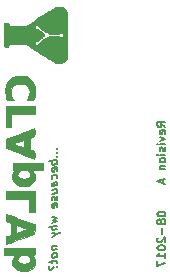
<source format=gbo>
G04 #@! TF.FileFunction,Legend,Bot*
%FSLAX46Y46*%
G04 Gerber Fmt 4.6, Leading zero omitted, Abs format (unit mm)*
G04 Created by KiCad (PCBNEW 4.0.7-e1-6374~58~ubuntu16.04.1) date Tue Aug 22 04:57:06 2017*
%MOMM*%
%LPD*%
G01*
G04 APERTURE LIST*
%ADD10C,0.100000*%
%ADD11C,0.175000*%
%ADD12C,0.010000*%
G04 APERTURE END LIST*
D10*
D11*
X108774667Y-105077334D02*
X108441333Y-104844000D01*
X108774667Y-104677334D02*
X108074667Y-104677334D01*
X108074667Y-104944000D01*
X108108000Y-105010667D01*
X108141333Y-105044000D01*
X108208000Y-105077334D01*
X108308000Y-105077334D01*
X108374667Y-105044000D01*
X108408000Y-105010667D01*
X108441333Y-104944000D01*
X108441333Y-104677334D01*
X108741333Y-105644000D02*
X108774667Y-105577334D01*
X108774667Y-105444000D01*
X108741333Y-105377334D01*
X108674667Y-105344000D01*
X108408000Y-105344000D01*
X108341333Y-105377334D01*
X108308000Y-105444000D01*
X108308000Y-105577334D01*
X108341333Y-105644000D01*
X108408000Y-105677334D01*
X108474667Y-105677334D01*
X108541333Y-105344000D01*
X108308000Y-105910667D02*
X108774667Y-106077334D01*
X108308000Y-106244000D01*
X108774667Y-106510667D02*
X108308000Y-106510667D01*
X108074667Y-106510667D02*
X108108000Y-106477333D01*
X108141333Y-106510667D01*
X108108000Y-106544000D01*
X108074667Y-106510667D01*
X108141333Y-106510667D01*
X108741333Y-106810666D02*
X108774667Y-106877333D01*
X108774667Y-107010666D01*
X108741333Y-107077333D01*
X108674667Y-107110666D01*
X108641333Y-107110666D01*
X108574667Y-107077333D01*
X108541333Y-107010666D01*
X108541333Y-106910666D01*
X108508000Y-106844000D01*
X108441333Y-106810666D01*
X108408000Y-106810666D01*
X108341333Y-106844000D01*
X108308000Y-106910666D01*
X108308000Y-107010666D01*
X108341333Y-107077333D01*
X108774667Y-107410667D02*
X108308000Y-107410667D01*
X108074667Y-107410667D02*
X108108000Y-107377333D01*
X108141333Y-107410667D01*
X108108000Y-107444000D01*
X108074667Y-107410667D01*
X108141333Y-107410667D01*
X108774667Y-107844000D02*
X108741333Y-107777333D01*
X108708000Y-107744000D01*
X108641333Y-107710666D01*
X108441333Y-107710666D01*
X108374667Y-107744000D01*
X108341333Y-107777333D01*
X108308000Y-107844000D01*
X108308000Y-107944000D01*
X108341333Y-108010666D01*
X108374667Y-108044000D01*
X108441333Y-108077333D01*
X108641333Y-108077333D01*
X108708000Y-108044000D01*
X108741333Y-108010666D01*
X108774667Y-107944000D01*
X108774667Y-107844000D01*
X108308000Y-108377333D02*
X108774667Y-108377333D01*
X108374667Y-108377333D02*
X108341333Y-108410666D01*
X108308000Y-108477333D01*
X108308000Y-108577333D01*
X108341333Y-108643999D01*
X108408000Y-108677333D01*
X108774667Y-108677333D01*
X108574667Y-109510665D02*
X108574667Y-109843999D01*
X108774667Y-109443999D02*
X108074667Y-109677332D01*
X108774667Y-109910665D01*
X108074667Y-112410664D02*
X108074667Y-112477331D01*
X108108000Y-112543997D01*
X108141333Y-112577331D01*
X108208000Y-112610664D01*
X108341333Y-112643997D01*
X108508000Y-112643997D01*
X108641333Y-112610664D01*
X108708000Y-112577331D01*
X108741333Y-112543997D01*
X108774667Y-112477331D01*
X108774667Y-112410664D01*
X108741333Y-112343997D01*
X108708000Y-112310664D01*
X108641333Y-112277331D01*
X108508000Y-112243997D01*
X108341333Y-112243997D01*
X108208000Y-112277331D01*
X108141333Y-112310664D01*
X108108000Y-112343997D01*
X108074667Y-112410664D01*
X108374667Y-113043998D02*
X108341333Y-112977331D01*
X108308000Y-112943998D01*
X108241333Y-112910664D01*
X108208000Y-112910664D01*
X108141333Y-112943998D01*
X108108000Y-112977331D01*
X108074667Y-113043998D01*
X108074667Y-113177331D01*
X108108000Y-113243998D01*
X108141333Y-113277331D01*
X108208000Y-113310664D01*
X108241333Y-113310664D01*
X108308000Y-113277331D01*
X108341333Y-113243998D01*
X108374667Y-113177331D01*
X108374667Y-113043998D01*
X108408000Y-112977331D01*
X108441333Y-112943998D01*
X108508000Y-112910664D01*
X108641333Y-112910664D01*
X108708000Y-112943998D01*
X108741333Y-112977331D01*
X108774667Y-113043998D01*
X108774667Y-113177331D01*
X108741333Y-113243998D01*
X108708000Y-113277331D01*
X108641333Y-113310664D01*
X108508000Y-113310664D01*
X108441333Y-113277331D01*
X108408000Y-113243998D01*
X108374667Y-113177331D01*
X108508000Y-113610665D02*
X108508000Y-114143998D01*
X108141333Y-114443998D02*
X108108000Y-114477332D01*
X108074667Y-114543998D01*
X108074667Y-114710665D01*
X108108000Y-114777332D01*
X108141333Y-114810665D01*
X108208000Y-114843998D01*
X108274667Y-114843998D01*
X108374667Y-114810665D01*
X108774667Y-114410665D01*
X108774667Y-114843998D01*
X108074667Y-115277332D02*
X108074667Y-115343999D01*
X108108000Y-115410665D01*
X108141333Y-115443999D01*
X108208000Y-115477332D01*
X108341333Y-115510665D01*
X108508000Y-115510665D01*
X108641333Y-115477332D01*
X108708000Y-115443999D01*
X108741333Y-115410665D01*
X108774667Y-115343999D01*
X108774667Y-115277332D01*
X108741333Y-115210665D01*
X108708000Y-115177332D01*
X108641333Y-115143999D01*
X108508000Y-115110665D01*
X108341333Y-115110665D01*
X108208000Y-115143999D01*
X108141333Y-115177332D01*
X108108000Y-115210665D01*
X108074667Y-115277332D01*
X108774667Y-116177332D02*
X108774667Y-115777332D01*
X108774667Y-115977332D02*
X108074667Y-115977332D01*
X108174667Y-115910666D01*
X108241333Y-115843999D01*
X108274667Y-115777332D01*
X108074667Y-116410666D02*
X108074667Y-116877333D01*
X108774667Y-116577333D01*
X99564000Y-106899419D02*
X99597333Y-106928585D01*
X99630667Y-106891086D01*
X99597333Y-106861918D01*
X99564000Y-106899419D01*
X99630667Y-106891086D01*
X99564000Y-107232752D02*
X99597333Y-107261918D01*
X99630667Y-107224419D01*
X99597333Y-107195251D01*
X99564000Y-107232752D01*
X99630667Y-107224419D01*
X99564000Y-107566085D02*
X99597333Y-107595251D01*
X99630667Y-107557752D01*
X99597333Y-107528584D01*
X99564000Y-107566085D01*
X99630667Y-107557752D01*
X99630667Y-107891085D02*
X98930667Y-107978585D01*
X99197333Y-107945251D02*
X99164000Y-108016084D01*
X99164000Y-108149418D01*
X99197333Y-108211917D01*
X99230667Y-108241085D01*
X99297333Y-108266084D01*
X99497333Y-108241084D01*
X99564000Y-108199418D01*
X99597333Y-108161917D01*
X99630667Y-108091085D01*
X99630667Y-107957751D01*
X99597333Y-107895251D01*
X99597333Y-108795250D02*
X99630667Y-108724418D01*
X99630667Y-108591084D01*
X99597333Y-108528584D01*
X99530667Y-108503584D01*
X99264000Y-108536917D01*
X99197333Y-108578584D01*
X99164000Y-108649417D01*
X99164000Y-108782751D01*
X99197333Y-108845250D01*
X99264000Y-108870251D01*
X99330667Y-108861918D01*
X99397333Y-108520250D01*
X99597333Y-109428584D02*
X99630667Y-109357751D01*
X99630667Y-109224418D01*
X99597333Y-109161917D01*
X99564000Y-109132751D01*
X99497333Y-109107750D01*
X99297333Y-109132750D01*
X99230667Y-109174418D01*
X99197333Y-109211917D01*
X99164000Y-109282751D01*
X99164000Y-109416084D01*
X99197333Y-109478584D01*
X99630667Y-110024418D02*
X99264000Y-110070251D01*
X99197333Y-110045250D01*
X99164000Y-109982751D01*
X99164000Y-109849417D01*
X99197333Y-109778584D01*
X99597333Y-110028584D02*
X99630667Y-109957751D01*
X99630667Y-109791084D01*
X99597333Y-109728584D01*
X99530667Y-109703584D01*
X99464000Y-109711917D01*
X99397333Y-109753584D01*
X99364000Y-109824417D01*
X99364000Y-109991084D01*
X99330667Y-110061918D01*
X99164000Y-110716084D02*
X99630667Y-110657751D01*
X99164000Y-110416084D02*
X99530667Y-110370251D01*
X99597333Y-110395250D01*
X99630667Y-110457751D01*
X99630667Y-110557751D01*
X99597333Y-110628583D01*
X99564000Y-110666084D01*
X99597333Y-110961916D02*
X99630667Y-111024417D01*
X99630667Y-111157750D01*
X99597333Y-111228583D01*
X99530667Y-111270250D01*
X99497333Y-111274416D01*
X99430667Y-111249417D01*
X99397333Y-111186916D01*
X99397333Y-111086916D01*
X99364000Y-111024417D01*
X99297333Y-110999416D01*
X99264000Y-111003583D01*
X99197333Y-111045250D01*
X99164000Y-111116083D01*
X99164000Y-111216083D01*
X99197333Y-111278583D01*
X99597333Y-111828583D02*
X99630667Y-111757751D01*
X99630667Y-111624417D01*
X99597333Y-111561917D01*
X99530667Y-111536917D01*
X99264000Y-111570250D01*
X99197333Y-111611917D01*
X99164000Y-111682750D01*
X99164000Y-111816084D01*
X99197333Y-111878583D01*
X99264000Y-111903584D01*
X99330667Y-111895251D01*
X99397333Y-111553583D01*
X99164000Y-112682750D02*
X99630667Y-112757750D01*
X99297333Y-112932750D01*
X99630667Y-113024417D01*
X99164000Y-113216083D01*
X99630667Y-113424417D02*
X98930667Y-113511917D01*
X99630667Y-113724417D02*
X99264000Y-113770250D01*
X99197333Y-113745249D01*
X99164000Y-113682750D01*
X99164000Y-113582750D01*
X99197333Y-113511916D01*
X99230667Y-113474417D01*
X99164000Y-114049416D02*
X99630667Y-114157750D01*
X99164000Y-114382749D02*
X99630667Y-114157750D01*
X99797333Y-114070249D01*
X99830667Y-114032750D01*
X99864000Y-113961916D01*
X99164000Y-115182749D02*
X99630667Y-115124416D01*
X99230667Y-115174416D02*
X99197333Y-115211915D01*
X99164000Y-115282749D01*
X99164000Y-115382749D01*
X99197333Y-115445248D01*
X99264000Y-115470249D01*
X99630667Y-115424416D01*
X99630667Y-115857749D02*
X99597333Y-115795248D01*
X99564000Y-115766082D01*
X99497333Y-115741081D01*
X99297333Y-115766081D01*
X99230667Y-115807749D01*
X99197333Y-115845248D01*
X99164000Y-115916082D01*
X99164000Y-116016082D01*
X99197333Y-116078581D01*
X99230667Y-116107749D01*
X99297333Y-116132748D01*
X99497333Y-116107748D01*
X99564000Y-116066082D01*
X99597333Y-116028581D01*
X99630667Y-115957749D01*
X99630667Y-115857749D01*
X99164000Y-116349415D02*
X99164000Y-116616081D01*
X98930667Y-116478582D02*
X99530667Y-116403582D01*
X99597333Y-116428581D01*
X99630667Y-116491082D01*
X99630667Y-116557748D01*
X99564000Y-116899415D02*
X99597333Y-116928581D01*
X99630667Y-116891082D01*
X99597333Y-116861914D01*
X99564000Y-116899415D01*
X99630667Y-116891082D01*
X98964000Y-116841081D02*
X98930667Y-116911915D01*
X98930667Y-117078582D01*
X98964000Y-117141081D01*
X99030667Y-117166082D01*
X99097333Y-117157748D01*
X99164000Y-117116081D01*
X99197333Y-117078581D01*
X99230667Y-117007748D01*
X99264000Y-116970248D01*
X99330667Y-116928582D01*
X99364000Y-116924415D01*
D12*
G36*
X95845486Y-109587661D02*
X95959546Y-109776025D01*
X96134335Y-109925404D01*
X96353700Y-110032270D01*
X96601486Y-110093095D01*
X96861539Y-110104351D01*
X97117704Y-110062510D01*
X97353828Y-109964044D01*
X97409297Y-109929173D01*
X97596376Y-109756418D01*
X97710297Y-109549869D01*
X97748837Y-109321952D01*
X97709775Y-109085093D01*
X97599656Y-108864424D01*
X97496218Y-108712000D01*
X98425000Y-108712000D01*
X98425000Y-108119333D01*
X96828159Y-108119333D01*
X96828159Y-108720542D01*
X97026054Y-108756174D01*
X97181592Y-108833383D01*
X97284806Y-108944347D01*
X97325729Y-109081241D01*
X97294395Y-109236240D01*
X97278592Y-109268700D01*
X97209391Y-109342590D01*
X97101642Y-109408757D01*
X97089452Y-109414084D01*
X96905191Y-109462323D01*
X96707724Y-109467859D01*
X96520437Y-109434837D01*
X96366717Y-109367404D01*
X96269949Y-109269705D01*
X96269407Y-109268700D01*
X96224641Y-109109589D01*
X96255895Y-108961633D01*
X96354569Y-108838821D01*
X96512064Y-108755145D01*
X96597874Y-108734314D01*
X96828159Y-108720542D01*
X96828159Y-108119333D01*
X95842667Y-108119333D01*
X95842667Y-108415667D01*
X95844048Y-108570423D01*
X95852865Y-108658985D01*
X95876121Y-108699823D01*
X95920823Y-108711406D01*
X95955061Y-108712000D01*
X96031701Y-108717111D01*
X96034655Y-108744935D01*
X95999009Y-108787632D01*
X95882869Y-108971809D01*
X95817385Y-109194799D01*
X95808730Y-109424424D01*
X95845486Y-109587661D01*
X95845486Y-109587661D01*
G37*
X95845486Y-109587661D02*
X95959546Y-109776025D01*
X96134335Y-109925404D01*
X96353700Y-110032270D01*
X96601486Y-110093095D01*
X96861539Y-110104351D01*
X97117704Y-110062510D01*
X97353828Y-109964044D01*
X97409297Y-109929173D01*
X97596376Y-109756418D01*
X97710297Y-109549869D01*
X97748837Y-109321952D01*
X97709775Y-109085093D01*
X97599656Y-108864424D01*
X97496218Y-108712000D01*
X98425000Y-108712000D01*
X98425000Y-108119333D01*
X96828159Y-108119333D01*
X96828159Y-108720542D01*
X97026054Y-108756174D01*
X97181592Y-108833383D01*
X97284806Y-108944347D01*
X97325729Y-109081241D01*
X97294395Y-109236240D01*
X97278592Y-109268700D01*
X97209391Y-109342590D01*
X97101642Y-109408757D01*
X97089452Y-109414084D01*
X96905191Y-109462323D01*
X96707724Y-109467859D01*
X96520437Y-109434837D01*
X96366717Y-109367404D01*
X96269949Y-109269705D01*
X96269407Y-109268700D01*
X96224641Y-109109589D01*
X96255895Y-108961633D01*
X96354569Y-108838821D01*
X96512064Y-108755145D01*
X96597874Y-108734314D01*
X96828159Y-108720542D01*
X96828159Y-108119333D01*
X95842667Y-108119333D01*
X95842667Y-108415667D01*
X95844048Y-108570423D01*
X95852865Y-108658985D01*
X95876121Y-108699823D01*
X95920823Y-108711406D01*
X95955061Y-108712000D01*
X96031701Y-108717111D01*
X96034655Y-108744935D01*
X95999009Y-108787632D01*
X95882869Y-108971809D01*
X95817385Y-109194799D01*
X95808730Y-109424424D01*
X95845486Y-109587661D01*
G36*
X95217911Y-102146736D02*
X95238336Y-102333493D01*
X95272306Y-102513751D01*
X95312209Y-102647750D01*
X95386193Y-102827667D01*
X95921373Y-102827667D01*
X95816962Y-102640855D01*
X95714871Y-102391370D01*
X95680211Y-102141504D01*
X95710776Y-101906238D01*
X95804358Y-101700554D01*
X95958752Y-101539431D01*
X95981537Y-101523620D01*
X96084959Y-101462939D01*
X96185547Y-101428303D01*
X96313342Y-101412802D01*
X96477667Y-101409500D01*
X96656026Y-101413635D01*
X96779971Y-101430646D01*
X96879542Y-101467444D01*
X96973796Y-101523620D01*
X97135425Y-101678310D01*
X97236510Y-101879383D01*
X97274846Y-102111855D01*
X97248225Y-102360747D01*
X97154440Y-102611078D01*
X97138371Y-102640855D01*
X97033960Y-102827667D01*
X97569140Y-102827667D01*
X97643673Y-102647750D01*
X97701781Y-102440345D01*
X97732391Y-102186146D01*
X97734720Y-101918701D01*
X97707983Y-101671558D01*
X97669936Y-101524010D01*
X97530165Y-101239220D01*
X97331886Y-101013135D01*
X97109346Y-100859167D01*
X96992350Y-100798584D01*
X96890494Y-100761004D01*
X96776918Y-100741024D01*
X96624764Y-100733245D01*
X96477667Y-100732167D01*
X96281327Y-100734563D01*
X96142620Y-100745360D01*
X96034564Y-100769966D01*
X95930177Y-100813790D01*
X95844172Y-100859167D01*
X95588758Y-101044562D01*
X95397961Y-101283089D01*
X95273513Y-101571189D01*
X95217144Y-101905303D01*
X95217911Y-102146736D01*
X95217911Y-102146736D01*
G37*
X95217911Y-102146736D02*
X95238336Y-102333493D01*
X95272306Y-102513751D01*
X95312209Y-102647750D01*
X95386193Y-102827667D01*
X95921373Y-102827667D01*
X95816962Y-102640855D01*
X95714871Y-102391370D01*
X95680211Y-102141504D01*
X95710776Y-101906238D01*
X95804358Y-101700554D01*
X95958752Y-101539431D01*
X95981537Y-101523620D01*
X96084959Y-101462939D01*
X96185547Y-101428303D01*
X96313342Y-101412802D01*
X96477667Y-101409500D01*
X96656026Y-101413635D01*
X96779971Y-101430646D01*
X96879542Y-101467444D01*
X96973796Y-101523620D01*
X97135425Y-101678310D01*
X97236510Y-101879383D01*
X97274846Y-102111855D01*
X97248225Y-102360747D01*
X97154440Y-102611078D01*
X97138371Y-102640855D01*
X97033960Y-102827667D01*
X97569140Y-102827667D01*
X97643673Y-102647750D01*
X97701781Y-102440345D01*
X97732391Y-102186146D01*
X97734720Y-101918701D01*
X97707983Y-101671558D01*
X97669936Y-101524010D01*
X97530165Y-101239220D01*
X97331886Y-101013135D01*
X97109346Y-100859167D01*
X96992350Y-100798584D01*
X96890494Y-100761004D01*
X96776918Y-100741024D01*
X96624764Y-100733245D01*
X96477667Y-100732167D01*
X96281327Y-100734563D01*
X96142620Y-100745360D01*
X96034564Y-100769966D01*
X95930177Y-100813790D01*
X95844172Y-100859167D01*
X95588758Y-101044562D01*
X95397961Y-101283089D01*
X95273513Y-101571189D01*
X95217144Y-101905303D01*
X95217911Y-102146736D01*
G36*
X96051782Y-115908667D02*
X95948344Y-116061091D01*
X95833370Y-116292015D01*
X95796271Y-116518761D01*
X95830379Y-116732513D01*
X95929029Y-116924453D01*
X96085554Y-117085764D01*
X96293289Y-117207630D01*
X96545568Y-117281232D01*
X96835725Y-117297754D01*
X96881078Y-117294846D01*
X97164236Y-117240537D01*
X97399165Y-117132016D01*
X97579294Y-116978226D01*
X97698054Y-116788112D01*
X97748877Y-116570617D01*
X97725192Y-116334686D01*
X97680633Y-116206259D01*
X97619172Y-116086430D01*
X97554490Y-115990629D01*
X97548729Y-115984009D01*
X97507097Y-115929543D01*
X97531529Y-115910673D01*
X97592939Y-115908667D01*
X97651636Y-115905023D01*
X97685226Y-115881778D01*
X97700715Y-115820462D01*
X97705108Y-115702604D01*
X97705333Y-115612333D01*
X97705333Y-115316000D01*
X96828159Y-115316000D01*
X96828159Y-115917209D01*
X97026054Y-115952840D01*
X97181592Y-116030050D01*
X97284806Y-116141014D01*
X97325729Y-116277907D01*
X97294395Y-116432906D01*
X97278592Y-116465367D01*
X97209391Y-116539256D01*
X97101642Y-116605424D01*
X97089452Y-116610750D01*
X96905191Y-116658990D01*
X96707724Y-116664526D01*
X96520437Y-116631504D01*
X96366717Y-116564070D01*
X96269949Y-116466371D01*
X96269407Y-116465367D01*
X96224641Y-116306256D01*
X96255895Y-116158300D01*
X96354569Y-116035488D01*
X96512064Y-115951811D01*
X96597874Y-115930981D01*
X96828159Y-115917209D01*
X96828159Y-115316000D01*
X95123000Y-115316000D01*
X95123000Y-115908667D01*
X96051782Y-115908667D01*
X96051782Y-115908667D01*
G37*
X96051782Y-115908667D02*
X95948344Y-116061091D01*
X95833370Y-116292015D01*
X95796271Y-116518761D01*
X95830379Y-116732513D01*
X95929029Y-116924453D01*
X96085554Y-117085764D01*
X96293289Y-117207630D01*
X96545568Y-117281232D01*
X96835725Y-117297754D01*
X96881078Y-117294846D01*
X97164236Y-117240537D01*
X97399165Y-117132016D01*
X97579294Y-116978226D01*
X97698054Y-116788112D01*
X97748877Y-116570617D01*
X97725192Y-116334686D01*
X97680633Y-116206259D01*
X97619172Y-116086430D01*
X97554490Y-115990629D01*
X97548729Y-115984009D01*
X97507097Y-115929543D01*
X97531529Y-115910673D01*
X97592939Y-115908667D01*
X97651636Y-115905023D01*
X97685226Y-115881778D01*
X97700715Y-115820462D01*
X97705108Y-115702604D01*
X97705333Y-115612333D01*
X97705333Y-115316000D01*
X96828159Y-115316000D01*
X96828159Y-115917209D01*
X97026054Y-115952840D01*
X97181592Y-116030050D01*
X97284806Y-116141014D01*
X97325729Y-116277907D01*
X97294395Y-116432906D01*
X97278592Y-116465367D01*
X97209391Y-116539256D01*
X97101642Y-116605424D01*
X97089452Y-116610750D01*
X96905191Y-116658990D01*
X96707724Y-116664526D01*
X96520437Y-116631504D01*
X96366717Y-116564070D01*
X96269949Y-116466371D01*
X96269407Y-116465367D01*
X96224641Y-116306256D01*
X96255895Y-116158300D01*
X96354569Y-116035488D01*
X96512064Y-115951811D01*
X96597874Y-115930981D01*
X96828159Y-115917209D01*
X96828159Y-115316000D01*
X95123000Y-115316000D01*
X95123000Y-115908667D01*
X96051782Y-115908667D01*
G36*
X95715667Y-105071333D02*
X95715667Y-103970667D01*
X97705333Y-103970667D01*
X97705333Y-103335667D01*
X95250000Y-103335667D01*
X95250000Y-105071333D01*
X95715667Y-105071333D01*
X95715667Y-105071333D01*
G37*
X95715667Y-105071333D02*
X95715667Y-103970667D01*
X97705333Y-103970667D01*
X97705333Y-103335667D01*
X95250000Y-103335667D01*
X95250000Y-105071333D01*
X95715667Y-105071333D01*
G36*
X96440937Y-107316536D02*
X96741483Y-107428335D01*
X97016736Y-107530749D01*
X97256578Y-107620010D01*
X97450887Y-107692352D01*
X97589545Y-107744008D01*
X97662432Y-107771211D01*
X97670459Y-107774229D01*
X97687606Y-107742716D01*
X97697175Y-107644168D01*
X97697706Y-107495998D01*
X97696605Y-107462085D01*
X97684167Y-107135210D01*
X97493667Y-107060864D01*
X97303167Y-106986517D01*
X97303167Y-105992482D01*
X97493667Y-105918136D01*
X97684167Y-105843789D01*
X97696605Y-105516915D01*
X97698048Y-105360941D01*
X97690163Y-105251121D01*
X97674409Y-105204867D01*
X97670459Y-105204770D01*
X97622429Y-105222730D01*
X97505162Y-105266433D01*
X97328776Y-105332113D01*
X97103393Y-105416003D01*
X96839131Y-105514336D01*
X96794486Y-105530944D01*
X96794486Y-106172000D01*
X96804930Y-106210880D01*
X96812655Y-106313725D01*
X96816238Y-106459843D01*
X96816333Y-106489500D01*
X96813526Y-106641273D01*
X96806100Y-106753542D01*
X96795550Y-106805616D01*
X96793408Y-106807000D01*
X96745202Y-106793868D01*
X96638348Y-106759171D01*
X96493030Y-106709961D01*
X96329431Y-106653288D01*
X96167735Y-106596202D01*
X96028127Y-106545754D01*
X95930789Y-106508996D01*
X95896111Y-106493556D01*
X95928247Y-106476362D01*
X96021467Y-106438909D01*
X96156647Y-106388044D01*
X96314659Y-106330610D01*
X96476378Y-106273455D01*
X96622679Y-106223424D01*
X96734435Y-106187363D01*
X96792520Y-106172117D01*
X96794486Y-106172000D01*
X96794486Y-105530944D01*
X96546109Y-105623344D01*
X96440937Y-105662464D01*
X95250000Y-106105428D01*
X95250000Y-106873571D01*
X96440937Y-107316536D01*
X96440937Y-107316536D01*
G37*
X96440937Y-107316536D02*
X96741483Y-107428335D01*
X97016736Y-107530749D01*
X97256578Y-107620010D01*
X97450887Y-107692352D01*
X97589545Y-107744008D01*
X97662432Y-107771211D01*
X97670459Y-107774229D01*
X97687606Y-107742716D01*
X97697175Y-107644168D01*
X97697706Y-107495998D01*
X97696605Y-107462085D01*
X97684167Y-107135210D01*
X97493667Y-107060864D01*
X97303167Y-106986517D01*
X97303167Y-105992482D01*
X97493667Y-105918136D01*
X97684167Y-105843789D01*
X97696605Y-105516915D01*
X97698048Y-105360941D01*
X97690163Y-105251121D01*
X97674409Y-105204867D01*
X97670459Y-105204770D01*
X97622429Y-105222730D01*
X97505162Y-105266433D01*
X97328776Y-105332113D01*
X97103393Y-105416003D01*
X96839131Y-105514336D01*
X96794486Y-105530944D01*
X96794486Y-106172000D01*
X96804930Y-106210880D01*
X96812655Y-106313725D01*
X96816238Y-106459843D01*
X96816333Y-106489500D01*
X96813526Y-106641273D01*
X96806100Y-106753542D01*
X96795550Y-106805616D01*
X96793408Y-106807000D01*
X96745202Y-106793868D01*
X96638348Y-106759171D01*
X96493030Y-106709961D01*
X96329431Y-106653288D01*
X96167735Y-106596202D01*
X96028127Y-106545754D01*
X95930789Y-106508996D01*
X95896111Y-106493556D01*
X95928247Y-106476362D01*
X96021467Y-106438909D01*
X96156647Y-106388044D01*
X96314659Y-106330610D01*
X96476378Y-106273455D01*
X96622679Y-106223424D01*
X96734435Y-106187363D01*
X96792520Y-106172117D01*
X96794486Y-106172000D01*
X96794486Y-105530944D01*
X96546109Y-105623344D01*
X96440937Y-105662464D01*
X95250000Y-106105428D01*
X95250000Y-106873571D01*
X96440937Y-107316536D01*
G36*
X97239667Y-111167333D02*
X97239667Y-112268000D01*
X97705333Y-112268000D01*
X97705333Y-110532333D01*
X95250000Y-110532333D01*
X95250000Y-111167333D01*
X97239667Y-111167333D01*
X97239667Y-111167333D01*
G37*
X97239667Y-111167333D02*
X97239667Y-112268000D01*
X97705333Y-112268000D01*
X97705333Y-110532333D01*
X95250000Y-110532333D01*
X95250000Y-111167333D01*
X97239667Y-111167333D01*
G36*
X95461667Y-113135833D02*
X95673333Y-113206138D01*
X95673333Y-114208529D01*
X95461666Y-114278833D01*
X95250000Y-114349138D01*
X95250000Y-114663235D01*
X95253927Y-114814039D01*
X95264306Y-114925178D01*
X95279036Y-114975882D01*
X95281750Y-114976999D01*
X95328013Y-114962734D01*
X95443547Y-114922537D01*
X95618287Y-114860042D01*
X95842166Y-114778884D01*
X96105121Y-114682699D01*
X96397084Y-114575122D01*
X96498833Y-114537463D01*
X97684167Y-114098261D01*
X97696344Y-113711856D01*
X97708522Y-113325450D01*
X97590511Y-113280409D01*
X97404870Y-113210176D01*
X97179270Y-113125804D01*
X96925443Y-113031582D01*
X96655119Y-112931797D01*
X96380031Y-112830739D01*
X96139000Y-112742601D01*
X96139000Y-113376131D01*
X96604667Y-113529974D01*
X96787666Y-113592335D01*
X96936852Y-113646796D01*
X97036334Y-113687304D01*
X97070333Y-113707333D01*
X97032652Y-113729023D01*
X96930202Y-113770403D01*
X96778873Y-113825422D01*
X96604667Y-113884692D01*
X96139000Y-114038536D01*
X96139000Y-113376131D01*
X96139000Y-112742601D01*
X96111909Y-112732694D01*
X95862486Y-112641951D01*
X95643492Y-112562799D01*
X95466659Y-112499525D01*
X95343719Y-112456417D01*
X95286403Y-112437764D01*
X95284017Y-112437333D01*
X95267679Y-112476188D01*
X95255630Y-112578887D01*
X95250123Y-112724632D01*
X95250000Y-112751431D01*
X95250000Y-113065529D01*
X95461667Y-113135833D01*
X95461667Y-113135833D01*
G37*
X95461667Y-113135833D02*
X95673333Y-113206138D01*
X95673333Y-114208529D01*
X95461666Y-114278833D01*
X95250000Y-114349138D01*
X95250000Y-114663235D01*
X95253927Y-114814039D01*
X95264306Y-114925178D01*
X95279036Y-114975882D01*
X95281750Y-114976999D01*
X95328013Y-114962734D01*
X95443547Y-114922537D01*
X95618287Y-114860042D01*
X95842166Y-114778884D01*
X96105121Y-114682699D01*
X96397084Y-114575122D01*
X96498833Y-114537463D01*
X97684167Y-114098261D01*
X97696344Y-113711856D01*
X97708522Y-113325450D01*
X97590511Y-113280409D01*
X97404870Y-113210176D01*
X97179270Y-113125804D01*
X96925443Y-113031582D01*
X96655119Y-112931797D01*
X96380031Y-112830739D01*
X96139000Y-112742601D01*
X96139000Y-113376131D01*
X96604667Y-113529974D01*
X96787666Y-113592335D01*
X96936852Y-113646796D01*
X97036334Y-113687304D01*
X97070333Y-113707333D01*
X97032652Y-113729023D01*
X96930202Y-113770403D01*
X96778873Y-113825422D01*
X96604667Y-113884692D01*
X96139000Y-114038536D01*
X96139000Y-113376131D01*
X96139000Y-112742601D01*
X96111909Y-112732694D01*
X95862486Y-112641951D01*
X95643492Y-112562799D01*
X95466659Y-112499525D01*
X95343719Y-112456417D01*
X95286403Y-112437764D01*
X95284017Y-112437333D01*
X95267679Y-112476188D01*
X95255630Y-112578887D01*
X95250123Y-112724632D01*
X95250000Y-112751431D01*
X95250000Y-113065529D01*
X95461667Y-113135833D01*
G36*
X95122043Y-97406944D02*
X95122391Y-97530944D01*
X95122938Y-97650912D01*
X95123684Y-97765048D01*
X95124631Y-97871552D01*
X95125778Y-97968624D01*
X95127124Y-98054465D01*
X95128670Y-98127275D01*
X95130416Y-98185253D01*
X95132361Y-98226600D01*
X95134506Y-98249516D01*
X95135700Y-98253550D01*
X95151130Y-98259318D01*
X95184726Y-98263306D01*
X95237499Y-98265589D01*
X95303393Y-98266250D01*
X95370965Y-98265982D01*
X95420256Y-98263912D01*
X95454147Y-98258140D01*
X95475523Y-98246766D01*
X95487268Y-98227890D01*
X95492265Y-98199613D01*
X95493399Y-98160035D01*
X95493416Y-98141062D01*
X95493416Y-98054583D01*
X96983517Y-98054583D01*
X97044763Y-98086801D01*
X97095399Y-98115782D01*
X97161820Y-98157692D01*
X97243394Y-98212102D01*
X97339490Y-98278581D01*
X97449474Y-98356700D01*
X97567750Y-98442401D01*
X97739969Y-98566869D01*
X97901550Y-98680625D01*
X98057624Y-98787081D01*
X98213317Y-98889647D01*
X98373760Y-98991735D01*
X98544080Y-99096756D01*
X98626083Y-99146345D01*
X98703607Y-99192668D01*
X98787790Y-99242430D01*
X98875945Y-99294091D01*
X98965388Y-99346105D01*
X99053432Y-99396932D01*
X99137393Y-99445027D01*
X99214584Y-99488848D01*
X99282321Y-99526852D01*
X99337918Y-99557495D01*
X99378690Y-99579236D01*
X99386276Y-99583112D01*
X99493856Y-99626841D01*
X99611593Y-99656163D01*
X99733955Y-99670479D01*
X99855407Y-99669193D01*
X99970417Y-99651708D01*
X99986041Y-99647842D01*
X100084908Y-99613775D01*
X100178359Y-99565680D01*
X100262429Y-99506318D01*
X100333155Y-99438452D01*
X100382645Y-99371520D01*
X100391551Y-99357231D01*
X100399705Y-99344614D01*
X100407143Y-99332729D01*
X100413895Y-99320635D01*
X100419995Y-99307392D01*
X100425477Y-99292059D01*
X100430372Y-99273697D01*
X100434714Y-99251365D01*
X100438536Y-99224122D01*
X100441870Y-99191029D01*
X100444750Y-99151145D01*
X100447208Y-99103530D01*
X100449278Y-99047243D01*
X100450992Y-98981344D01*
X100452383Y-98904892D01*
X100453485Y-98816949D01*
X100454329Y-98716572D01*
X100454949Y-98602822D01*
X100455378Y-98474758D01*
X100455649Y-98331441D01*
X100455795Y-98171929D01*
X100455848Y-97995283D01*
X100455841Y-97800562D01*
X100455808Y-97586826D01*
X100455781Y-97353135D01*
X100455779Y-97282000D01*
X100455769Y-97046374D01*
X100455733Y-96830973D01*
X100455662Y-96634851D01*
X100455547Y-96457067D01*
X100455379Y-96296678D01*
X100455151Y-96152740D01*
X100454853Y-96024310D01*
X100454475Y-95910445D01*
X100454011Y-95810202D01*
X100453450Y-95722639D01*
X100452785Y-95646811D01*
X100452005Y-95581776D01*
X100451103Y-95526591D01*
X100450071Y-95480313D01*
X100448898Y-95441999D01*
X100447576Y-95410705D01*
X100446097Y-95385489D01*
X100444451Y-95365407D01*
X100442631Y-95349517D01*
X100440627Y-95336875D01*
X100438431Y-95326538D01*
X100437597Y-95323224D01*
X100402512Y-95229987D01*
X100348747Y-95144730D01*
X100277873Y-95069267D01*
X100191459Y-95005414D01*
X100136747Y-94975347D01*
X100065582Y-94942968D01*
X100001598Y-94920337D01*
X99937969Y-94905961D01*
X99867872Y-94898345D01*
X99784481Y-94895995D01*
X99774375Y-94895993D01*
X99660911Y-94901082D01*
X99561121Y-94916628D01*
X99469677Y-94943762D01*
X99395104Y-94976494D01*
X99335245Y-95007719D01*
X99260006Y-95048797D01*
X99171883Y-95098247D01*
X99073373Y-95154591D01*
X98966975Y-95216350D01*
X98855184Y-95282044D01*
X98740499Y-95350194D01*
X98625417Y-95419321D01*
X98512434Y-95487945D01*
X98404049Y-95554588D01*
X98302757Y-95617770D01*
X98211058Y-95676012D01*
X98176291Y-95698458D01*
X98125368Y-95731681D01*
X98076339Y-95764053D01*
X98027332Y-95796886D01*
X97976471Y-95831492D01*
X97921882Y-95869181D01*
X97890253Y-95891295D01*
X97890253Y-96395295D01*
X97915818Y-96397251D01*
X97927409Y-96403408D01*
X97927583Y-96404552D01*
X97933547Y-96411180D01*
X97936268Y-96410048D01*
X97951456Y-96411321D01*
X97974771Y-96423091D01*
X97999377Y-96440884D01*
X98018440Y-96460225D01*
X98022530Y-96466517D01*
X98029129Y-96483133D01*
X98027741Y-96488250D01*
X98028895Y-96494369D01*
X98037952Y-96504881D01*
X98051429Y-96528687D01*
X98054583Y-96546349D01*
X98057640Y-96575679D01*
X98065315Y-96595268D01*
X98075362Y-96599574D01*
X98076011Y-96599213D01*
X98087722Y-96602837D01*
X98104308Y-96618905D01*
X98105247Y-96620082D01*
X98120933Y-96636586D01*
X98131012Y-96641055D01*
X98131346Y-96640792D01*
X98140786Y-96644274D01*
X98156353Y-96660142D01*
X98157805Y-96661959D01*
X98173617Y-96678678D01*
X98183837Y-96683439D01*
X98184263Y-96683125D01*
X98193702Y-96686607D01*
X98209269Y-96702475D01*
X98210721Y-96704292D01*
X98226534Y-96721011D01*
X98236754Y-96725773D01*
X98237180Y-96725459D01*
X98246619Y-96728941D01*
X98262186Y-96744809D01*
X98263638Y-96746625D01*
X98279451Y-96763345D01*
X98289670Y-96768106D01*
X98290096Y-96767792D01*
X98299470Y-96771405D01*
X98315292Y-96787440D01*
X98317960Y-96790745D01*
X98332701Y-96807755D01*
X98340122Y-96812930D01*
X98340333Y-96812247D01*
X98348123Y-96816305D01*
X98369787Y-96831772D01*
X98402770Y-96856715D01*
X98444515Y-96889200D01*
X98492393Y-96927237D01*
X98644454Y-97049167D01*
X98709352Y-97049167D01*
X98746097Y-97050870D01*
X98768840Y-97055511D01*
X98774250Y-97060374D01*
X98780690Y-97066788D01*
X98784522Y-97065234D01*
X98802867Y-97065155D01*
X98830067Y-97078032D01*
X98861109Y-97100834D01*
X98889196Y-97128484D01*
X98922617Y-97166548D01*
X99351038Y-97167093D01*
X99779460Y-97167639D01*
X99812209Y-97140082D01*
X99834944Y-97124109D01*
X99851726Y-97117871D01*
X99854646Y-97118512D01*
X99863749Y-97117069D01*
X99864333Y-97113771D01*
X99873604Y-97105034D01*
X99896493Y-97097139D01*
X99902395Y-97095902D01*
X99932505Y-97094263D01*
X99966158Y-97098119D01*
X99996752Y-97105916D01*
X100017689Y-97116102D01*
X100023083Y-97124299D01*
X100029252Y-97130730D01*
X100032047Y-97129542D01*
X100044223Y-97133086D01*
X100063509Y-97148967D01*
X100084855Y-97172197D01*
X100103212Y-97197788D01*
X100106011Y-97202625D01*
X100114559Y-97231935D01*
X100117593Y-97272773D01*
X100115286Y-97316276D01*
X100107811Y-97353584D01*
X100102838Y-97365931D01*
X100071588Y-97407299D01*
X100027097Y-97442147D01*
X99981293Y-97463004D01*
X99949566Y-97468660D01*
X99915759Y-97468994D01*
X99886311Y-97464710D01*
X99867663Y-97456512D01*
X99864333Y-97450229D01*
X99857821Y-97444356D01*
X99853750Y-97446042D01*
X99844013Y-97444851D01*
X99843166Y-97440750D01*
X99837303Y-97433341D01*
X99833997Y-97434584D01*
X99821028Y-97431919D01*
X99805899Y-97419334D01*
X99800494Y-97414156D01*
X99793223Y-97409910D01*
X99782089Y-97406505D01*
X99765095Y-97403848D01*
X99740247Y-97401846D01*
X99705549Y-97400407D01*
X99659003Y-97399438D01*
X99598616Y-97398847D01*
X99522390Y-97398542D01*
X99428330Y-97398430D01*
X99354369Y-97398417D01*
X98921769Y-97398417D01*
X98888772Y-97435999D01*
X98858878Y-97465099D01*
X98828030Y-97487206D01*
X98801296Y-97499268D01*
X98784522Y-97498766D01*
X98775013Y-97500309D01*
X98774250Y-97504331D01*
X98763896Y-97511246D01*
X98732830Y-97513869D01*
X98702606Y-97513319D01*
X98630963Y-97510394D01*
X98451252Y-97660298D01*
X98398731Y-97703736D01*
X98351564Y-97742036D01*
X98312180Y-97773285D01*
X98283009Y-97795567D01*
X98266479Y-97806969D01*
X98263807Y-97808038D01*
X98252538Y-97813929D01*
X98241027Y-97827042D01*
X98226603Y-97842505D01*
X98199873Y-97867105D01*
X98165196Y-97896930D01*
X98140788Y-97917000D01*
X98100076Y-97951048D01*
X98074057Y-97976171D01*
X98060002Y-97995464D01*
X98055180Y-98012022D01*
X98055089Y-98014140D01*
X98048649Y-98042018D01*
X98037952Y-98059119D01*
X98027451Y-98071982D01*
X98027741Y-98075750D01*
X98028494Y-98083514D01*
X98022530Y-98097483D01*
X98007012Y-98116310D01*
X97983565Y-98135151D01*
X97959022Y-98149533D01*
X97940220Y-98154980D01*
X97936268Y-98153952D01*
X97928022Y-98156316D01*
X97927583Y-98159448D01*
X97918253Y-98166193D01*
X97894182Y-98168669D01*
X97861242Y-98167401D01*
X97825309Y-98162911D01*
X97792258Y-98155725D01*
X97767962Y-98146366D01*
X97765740Y-98145009D01*
X97725189Y-98109769D01*
X97700281Y-98065591D01*
X97688844Y-98008282D01*
X97687980Y-97994829D01*
X97687798Y-97956433D01*
X97691161Y-97933129D01*
X97695718Y-97927583D01*
X97702347Y-97921619D01*
X97701214Y-97918898D01*
X97701991Y-97902127D01*
X97715596Y-97878222D01*
X97737788Y-97852560D01*
X97764320Y-97830519D01*
X97776851Y-97823059D01*
X97818831Y-97808529D01*
X97865498Y-97802372D01*
X97868249Y-97802347D01*
X97908885Y-97798407D01*
X97936844Y-97785149D01*
X97942622Y-97780202D01*
X97961112Y-97766790D01*
X97973158Y-97765034D01*
X97973347Y-97765209D01*
X97980019Y-97764489D01*
X97980500Y-97760821D01*
X97988191Y-97751659D01*
X98009525Y-97731456D01*
X98041891Y-97702418D01*
X98082676Y-97666746D01*
X98129269Y-97626645D01*
X98179059Y-97584318D01*
X98229435Y-97541968D01*
X98277785Y-97501800D01*
X98321498Y-97466016D01*
X98357962Y-97436821D01*
X98384566Y-97416417D01*
X98398699Y-97407008D01*
X98400179Y-97406691D01*
X98409049Y-97401359D01*
X98425725Y-97384412D01*
X98431656Y-97377558D01*
X98450865Y-97358646D01*
X98465632Y-97350859D01*
X98468298Y-97351388D01*
X98477726Y-97351192D01*
X98478380Y-97348770D01*
X98479003Y-97334156D01*
X98480115Y-97305617D01*
X98481026Y-97281408D01*
X98483208Y-97222608D01*
X98212012Y-97006241D01*
X98147031Y-96953955D01*
X98087977Y-96905582D01*
X98036746Y-96862744D01*
X97995237Y-96827063D01*
X97965347Y-96800162D01*
X97948976Y-96783664D01*
X97946480Y-96779292D01*
X97946522Y-96774278D01*
X97943483Y-96776554D01*
X97929253Y-96777594D01*
X97920676Y-96772660D01*
X97901626Y-96765349D01*
X97871677Y-96761648D01*
X97862463Y-96761528D01*
X97823365Y-96756744D01*
X97783654Y-96744174D01*
X97777324Y-96741183D01*
X97750014Y-96722538D01*
X97725151Y-96697843D01*
X97706968Y-96672440D01*
X97699699Y-96651673D01*
X97701214Y-96645102D01*
X97698850Y-96636856D01*
X97695718Y-96636417D01*
X97689976Y-96626493D01*
X97687491Y-96598974D01*
X97687980Y-96569170D01*
X97696975Y-96508721D01*
X97719006Y-96462245D01*
X97756244Y-96425547D01*
X97765740Y-96418990D01*
X97788457Y-96409386D01*
X97820698Y-96401886D01*
X97856588Y-96397014D01*
X97890253Y-96395295D01*
X97890253Y-95891295D01*
X97861691Y-95911266D01*
X97794023Y-95959059D01*
X97717005Y-96013870D01*
X97628761Y-96077011D01*
X97527418Y-96149793D01*
X97411102Y-96233530D01*
X97393125Y-96246484D01*
X97291974Y-96318293D01*
X97203168Y-96379084D01*
X97127635Y-96428259D01*
X97066300Y-96465217D01*
X97020090Y-96489360D01*
X97011859Y-96492970D01*
X97002056Y-96496199D01*
X96988215Y-96498984D01*
X96968837Y-96501358D01*
X96942423Y-96503351D01*
X96907475Y-96504996D01*
X96862495Y-96506324D01*
X96805985Y-96507366D01*
X96736445Y-96508155D01*
X96652378Y-96508722D01*
X96552284Y-96509099D01*
X96434667Y-96509317D01*
X96298026Y-96509408D01*
X96232957Y-96509417D01*
X95493416Y-96509417D01*
X95493416Y-96386229D01*
X95492985Y-96331886D01*
X95491341Y-96294806D01*
X95487959Y-96271099D01*
X95482314Y-96256873D01*
X95474895Y-96248982D01*
X95456921Y-96243233D01*
X95423022Y-96238821D01*
X95377902Y-96235776D01*
X95326268Y-96234126D01*
X95272824Y-96233898D01*
X95222276Y-96235122D01*
X95179330Y-96237824D01*
X95148689Y-96242034D01*
X95135700Y-96246950D01*
X95133451Y-96259582D01*
X95131401Y-96291579D01*
X95129552Y-96341143D01*
X95127902Y-96406473D01*
X95126452Y-96485769D01*
X95125202Y-96577231D01*
X95124151Y-96679061D01*
X95123300Y-96789457D01*
X95122650Y-96906620D01*
X95122199Y-97028750D01*
X95121947Y-97154047D01*
X95121895Y-97280712D01*
X95122043Y-97406944D01*
X95122043Y-97406944D01*
G37*
X95122043Y-97406944D02*
X95122391Y-97530944D01*
X95122938Y-97650912D01*
X95123684Y-97765048D01*
X95124631Y-97871552D01*
X95125778Y-97968624D01*
X95127124Y-98054465D01*
X95128670Y-98127275D01*
X95130416Y-98185253D01*
X95132361Y-98226600D01*
X95134506Y-98249516D01*
X95135700Y-98253550D01*
X95151130Y-98259318D01*
X95184726Y-98263306D01*
X95237499Y-98265589D01*
X95303393Y-98266250D01*
X95370965Y-98265982D01*
X95420256Y-98263912D01*
X95454147Y-98258140D01*
X95475523Y-98246766D01*
X95487268Y-98227890D01*
X95492265Y-98199613D01*
X95493399Y-98160035D01*
X95493416Y-98141062D01*
X95493416Y-98054583D01*
X96983517Y-98054583D01*
X97044763Y-98086801D01*
X97095399Y-98115782D01*
X97161820Y-98157692D01*
X97243394Y-98212102D01*
X97339490Y-98278581D01*
X97449474Y-98356700D01*
X97567750Y-98442401D01*
X97739969Y-98566869D01*
X97901550Y-98680625D01*
X98057624Y-98787081D01*
X98213317Y-98889647D01*
X98373760Y-98991735D01*
X98544080Y-99096756D01*
X98626083Y-99146345D01*
X98703607Y-99192668D01*
X98787790Y-99242430D01*
X98875945Y-99294091D01*
X98965388Y-99346105D01*
X99053432Y-99396932D01*
X99137393Y-99445027D01*
X99214584Y-99488848D01*
X99282321Y-99526852D01*
X99337918Y-99557495D01*
X99378690Y-99579236D01*
X99386276Y-99583112D01*
X99493856Y-99626841D01*
X99611593Y-99656163D01*
X99733955Y-99670479D01*
X99855407Y-99669193D01*
X99970417Y-99651708D01*
X99986041Y-99647842D01*
X100084908Y-99613775D01*
X100178359Y-99565680D01*
X100262429Y-99506318D01*
X100333155Y-99438452D01*
X100382645Y-99371520D01*
X100391551Y-99357231D01*
X100399705Y-99344614D01*
X100407143Y-99332729D01*
X100413895Y-99320635D01*
X100419995Y-99307392D01*
X100425477Y-99292059D01*
X100430372Y-99273697D01*
X100434714Y-99251365D01*
X100438536Y-99224122D01*
X100441870Y-99191029D01*
X100444750Y-99151145D01*
X100447208Y-99103530D01*
X100449278Y-99047243D01*
X100450992Y-98981344D01*
X100452383Y-98904892D01*
X100453485Y-98816949D01*
X100454329Y-98716572D01*
X100454949Y-98602822D01*
X100455378Y-98474758D01*
X100455649Y-98331441D01*
X100455795Y-98171929D01*
X100455848Y-97995283D01*
X100455841Y-97800562D01*
X100455808Y-97586826D01*
X100455781Y-97353135D01*
X100455779Y-97282000D01*
X100455769Y-97046374D01*
X100455733Y-96830973D01*
X100455662Y-96634851D01*
X100455547Y-96457067D01*
X100455379Y-96296678D01*
X100455151Y-96152740D01*
X100454853Y-96024310D01*
X100454475Y-95910445D01*
X100454011Y-95810202D01*
X100453450Y-95722639D01*
X100452785Y-95646811D01*
X100452005Y-95581776D01*
X100451103Y-95526591D01*
X100450071Y-95480313D01*
X100448898Y-95441999D01*
X100447576Y-95410705D01*
X100446097Y-95385489D01*
X100444451Y-95365407D01*
X100442631Y-95349517D01*
X100440627Y-95336875D01*
X100438431Y-95326538D01*
X100437597Y-95323224D01*
X100402512Y-95229987D01*
X100348747Y-95144730D01*
X100277873Y-95069267D01*
X100191459Y-95005414D01*
X100136747Y-94975347D01*
X100065582Y-94942968D01*
X100001598Y-94920337D01*
X99937969Y-94905961D01*
X99867872Y-94898345D01*
X99784481Y-94895995D01*
X99774375Y-94895993D01*
X99660911Y-94901082D01*
X99561121Y-94916628D01*
X99469677Y-94943762D01*
X99395104Y-94976494D01*
X99335245Y-95007719D01*
X99260006Y-95048797D01*
X99171883Y-95098247D01*
X99073373Y-95154591D01*
X98966975Y-95216350D01*
X98855184Y-95282044D01*
X98740499Y-95350194D01*
X98625417Y-95419321D01*
X98512434Y-95487945D01*
X98404049Y-95554588D01*
X98302757Y-95617770D01*
X98211058Y-95676012D01*
X98176291Y-95698458D01*
X98125368Y-95731681D01*
X98076339Y-95764053D01*
X98027332Y-95796886D01*
X97976471Y-95831492D01*
X97921882Y-95869181D01*
X97890253Y-95891295D01*
X97890253Y-96395295D01*
X97915818Y-96397251D01*
X97927409Y-96403408D01*
X97927583Y-96404552D01*
X97933547Y-96411180D01*
X97936268Y-96410048D01*
X97951456Y-96411321D01*
X97974771Y-96423091D01*
X97999377Y-96440884D01*
X98018440Y-96460225D01*
X98022530Y-96466517D01*
X98029129Y-96483133D01*
X98027741Y-96488250D01*
X98028895Y-96494369D01*
X98037952Y-96504881D01*
X98051429Y-96528687D01*
X98054583Y-96546349D01*
X98057640Y-96575679D01*
X98065315Y-96595268D01*
X98075362Y-96599574D01*
X98076011Y-96599213D01*
X98087722Y-96602837D01*
X98104308Y-96618905D01*
X98105247Y-96620082D01*
X98120933Y-96636586D01*
X98131012Y-96641055D01*
X98131346Y-96640792D01*
X98140786Y-96644274D01*
X98156353Y-96660142D01*
X98157805Y-96661959D01*
X98173617Y-96678678D01*
X98183837Y-96683439D01*
X98184263Y-96683125D01*
X98193702Y-96686607D01*
X98209269Y-96702475D01*
X98210721Y-96704292D01*
X98226534Y-96721011D01*
X98236754Y-96725773D01*
X98237180Y-96725459D01*
X98246619Y-96728941D01*
X98262186Y-96744809D01*
X98263638Y-96746625D01*
X98279451Y-96763345D01*
X98289670Y-96768106D01*
X98290096Y-96767792D01*
X98299470Y-96771405D01*
X98315292Y-96787440D01*
X98317960Y-96790745D01*
X98332701Y-96807755D01*
X98340122Y-96812930D01*
X98340333Y-96812247D01*
X98348123Y-96816305D01*
X98369787Y-96831772D01*
X98402770Y-96856715D01*
X98444515Y-96889200D01*
X98492393Y-96927237D01*
X98644454Y-97049167D01*
X98709352Y-97049167D01*
X98746097Y-97050870D01*
X98768840Y-97055511D01*
X98774250Y-97060374D01*
X98780690Y-97066788D01*
X98784522Y-97065234D01*
X98802867Y-97065155D01*
X98830067Y-97078032D01*
X98861109Y-97100834D01*
X98889196Y-97128484D01*
X98922617Y-97166548D01*
X99351038Y-97167093D01*
X99779460Y-97167639D01*
X99812209Y-97140082D01*
X99834944Y-97124109D01*
X99851726Y-97117871D01*
X99854646Y-97118512D01*
X99863749Y-97117069D01*
X99864333Y-97113771D01*
X99873604Y-97105034D01*
X99896493Y-97097139D01*
X99902395Y-97095902D01*
X99932505Y-97094263D01*
X99966158Y-97098119D01*
X99996752Y-97105916D01*
X100017689Y-97116102D01*
X100023083Y-97124299D01*
X100029252Y-97130730D01*
X100032047Y-97129542D01*
X100044223Y-97133086D01*
X100063509Y-97148967D01*
X100084855Y-97172197D01*
X100103212Y-97197788D01*
X100106011Y-97202625D01*
X100114559Y-97231935D01*
X100117593Y-97272773D01*
X100115286Y-97316276D01*
X100107811Y-97353584D01*
X100102838Y-97365931D01*
X100071588Y-97407299D01*
X100027097Y-97442147D01*
X99981293Y-97463004D01*
X99949566Y-97468660D01*
X99915759Y-97468994D01*
X99886311Y-97464710D01*
X99867663Y-97456512D01*
X99864333Y-97450229D01*
X99857821Y-97444356D01*
X99853750Y-97446042D01*
X99844013Y-97444851D01*
X99843166Y-97440750D01*
X99837303Y-97433341D01*
X99833997Y-97434584D01*
X99821028Y-97431919D01*
X99805899Y-97419334D01*
X99800494Y-97414156D01*
X99793223Y-97409910D01*
X99782089Y-97406505D01*
X99765095Y-97403848D01*
X99740247Y-97401846D01*
X99705549Y-97400407D01*
X99659003Y-97399438D01*
X99598616Y-97398847D01*
X99522390Y-97398542D01*
X99428330Y-97398430D01*
X99354369Y-97398417D01*
X98921769Y-97398417D01*
X98888772Y-97435999D01*
X98858878Y-97465099D01*
X98828030Y-97487206D01*
X98801296Y-97499268D01*
X98784522Y-97498766D01*
X98775013Y-97500309D01*
X98774250Y-97504331D01*
X98763896Y-97511246D01*
X98732830Y-97513869D01*
X98702606Y-97513319D01*
X98630963Y-97510394D01*
X98451252Y-97660298D01*
X98398731Y-97703736D01*
X98351564Y-97742036D01*
X98312180Y-97773285D01*
X98283009Y-97795567D01*
X98266479Y-97806969D01*
X98263807Y-97808038D01*
X98252538Y-97813929D01*
X98241027Y-97827042D01*
X98226603Y-97842505D01*
X98199873Y-97867105D01*
X98165196Y-97896930D01*
X98140788Y-97917000D01*
X98100076Y-97951048D01*
X98074057Y-97976171D01*
X98060002Y-97995464D01*
X98055180Y-98012022D01*
X98055089Y-98014140D01*
X98048649Y-98042018D01*
X98037952Y-98059119D01*
X98027451Y-98071982D01*
X98027741Y-98075750D01*
X98028494Y-98083514D01*
X98022530Y-98097483D01*
X98007012Y-98116310D01*
X97983565Y-98135151D01*
X97959022Y-98149533D01*
X97940220Y-98154980D01*
X97936268Y-98153952D01*
X97928022Y-98156316D01*
X97927583Y-98159448D01*
X97918253Y-98166193D01*
X97894182Y-98168669D01*
X97861242Y-98167401D01*
X97825309Y-98162911D01*
X97792258Y-98155725D01*
X97767962Y-98146366D01*
X97765740Y-98145009D01*
X97725189Y-98109769D01*
X97700281Y-98065591D01*
X97688844Y-98008282D01*
X97687980Y-97994829D01*
X97687798Y-97956433D01*
X97691161Y-97933129D01*
X97695718Y-97927583D01*
X97702347Y-97921619D01*
X97701214Y-97918898D01*
X97701991Y-97902127D01*
X97715596Y-97878222D01*
X97737788Y-97852560D01*
X97764320Y-97830519D01*
X97776851Y-97823059D01*
X97818831Y-97808529D01*
X97865498Y-97802372D01*
X97868249Y-97802347D01*
X97908885Y-97798407D01*
X97936844Y-97785149D01*
X97942622Y-97780202D01*
X97961112Y-97766790D01*
X97973158Y-97765034D01*
X97973347Y-97765209D01*
X97980019Y-97764489D01*
X97980500Y-97760821D01*
X97988191Y-97751659D01*
X98009525Y-97731456D01*
X98041891Y-97702418D01*
X98082676Y-97666746D01*
X98129269Y-97626645D01*
X98179059Y-97584318D01*
X98229435Y-97541968D01*
X98277785Y-97501800D01*
X98321498Y-97466016D01*
X98357962Y-97436821D01*
X98384566Y-97416417D01*
X98398699Y-97407008D01*
X98400179Y-97406691D01*
X98409049Y-97401359D01*
X98425725Y-97384412D01*
X98431656Y-97377558D01*
X98450865Y-97358646D01*
X98465632Y-97350859D01*
X98468298Y-97351388D01*
X98477726Y-97351192D01*
X98478380Y-97348770D01*
X98479003Y-97334156D01*
X98480115Y-97305617D01*
X98481026Y-97281408D01*
X98483208Y-97222608D01*
X98212012Y-97006241D01*
X98147031Y-96953955D01*
X98087977Y-96905582D01*
X98036746Y-96862744D01*
X97995237Y-96827063D01*
X97965347Y-96800162D01*
X97948976Y-96783664D01*
X97946480Y-96779292D01*
X97946522Y-96774278D01*
X97943483Y-96776554D01*
X97929253Y-96777594D01*
X97920676Y-96772660D01*
X97901626Y-96765349D01*
X97871677Y-96761648D01*
X97862463Y-96761528D01*
X97823365Y-96756744D01*
X97783654Y-96744174D01*
X97777324Y-96741183D01*
X97750014Y-96722538D01*
X97725151Y-96697843D01*
X97706968Y-96672440D01*
X97699699Y-96651673D01*
X97701214Y-96645102D01*
X97698850Y-96636856D01*
X97695718Y-96636417D01*
X97689976Y-96626493D01*
X97687491Y-96598974D01*
X97687980Y-96569170D01*
X97696975Y-96508721D01*
X97719006Y-96462245D01*
X97756244Y-96425547D01*
X97765740Y-96418990D01*
X97788457Y-96409386D01*
X97820698Y-96401886D01*
X97856588Y-96397014D01*
X97890253Y-96395295D01*
X97890253Y-95891295D01*
X97861691Y-95911266D01*
X97794023Y-95959059D01*
X97717005Y-96013870D01*
X97628761Y-96077011D01*
X97527418Y-96149793D01*
X97411102Y-96233530D01*
X97393125Y-96246484D01*
X97291974Y-96318293D01*
X97203168Y-96379084D01*
X97127635Y-96428259D01*
X97066300Y-96465217D01*
X97020090Y-96489360D01*
X97011859Y-96492970D01*
X97002056Y-96496199D01*
X96988215Y-96498984D01*
X96968837Y-96501358D01*
X96942423Y-96503351D01*
X96907475Y-96504996D01*
X96862495Y-96506324D01*
X96805985Y-96507366D01*
X96736445Y-96508155D01*
X96652378Y-96508722D01*
X96552284Y-96509099D01*
X96434667Y-96509317D01*
X96298026Y-96509408D01*
X96232957Y-96509417D01*
X95493416Y-96509417D01*
X95493416Y-96386229D01*
X95492985Y-96331886D01*
X95491341Y-96294806D01*
X95487959Y-96271099D01*
X95482314Y-96256873D01*
X95474895Y-96248982D01*
X95456921Y-96243233D01*
X95423022Y-96238821D01*
X95377902Y-96235776D01*
X95326268Y-96234126D01*
X95272824Y-96233898D01*
X95222276Y-96235122D01*
X95179330Y-96237824D01*
X95148689Y-96242034D01*
X95135700Y-96246950D01*
X95133451Y-96259582D01*
X95131401Y-96291579D01*
X95129552Y-96341143D01*
X95127902Y-96406473D01*
X95126452Y-96485769D01*
X95125202Y-96577231D01*
X95124151Y-96679061D01*
X95123300Y-96789457D01*
X95122650Y-96906620D01*
X95122199Y-97028750D01*
X95121947Y-97154047D01*
X95121895Y-97280712D01*
X95122043Y-97406944D01*
G36*
X98504375Y-97610083D02*
X98509666Y-97604792D01*
X98504375Y-97599500D01*
X98499083Y-97604792D01*
X98504375Y-97610083D01*
X98504375Y-97610083D01*
G37*
X98504375Y-97610083D02*
X98509666Y-97604792D01*
X98504375Y-97599500D01*
X98499083Y-97604792D01*
X98504375Y-97610083D01*
G36*
X98440875Y-97663000D02*
X98446166Y-97657708D01*
X98440875Y-97652417D01*
X98435583Y-97657708D01*
X98440875Y-97663000D01*
X98440875Y-97663000D01*
G37*
X98440875Y-97663000D02*
X98446166Y-97657708D01*
X98440875Y-97652417D01*
X98435583Y-97657708D01*
X98440875Y-97663000D01*
G36*
X98377375Y-97715917D02*
X98382666Y-97710625D01*
X98377375Y-97705333D01*
X98372083Y-97710625D01*
X98377375Y-97715917D01*
X98377375Y-97715917D01*
G37*
X98377375Y-97715917D02*
X98382666Y-97710625D01*
X98377375Y-97705333D01*
X98372083Y-97710625D01*
X98377375Y-97715917D01*
G36*
X98345625Y-97461917D02*
X98350916Y-97456625D01*
X98345625Y-97451333D01*
X98340333Y-97456625D01*
X98345625Y-97461917D01*
X98345625Y-97461917D01*
G37*
X98345625Y-97461917D02*
X98350916Y-97456625D01*
X98345625Y-97451333D01*
X98340333Y-97456625D01*
X98345625Y-97461917D01*
G36*
X98313875Y-97080917D02*
X98319166Y-97075625D01*
X98313875Y-97070333D01*
X98308583Y-97075625D01*
X98313875Y-97080917D01*
X98313875Y-97080917D01*
G37*
X98313875Y-97080917D02*
X98319166Y-97075625D01*
X98313875Y-97070333D01*
X98308583Y-97075625D01*
X98313875Y-97080917D01*
G36*
X98313875Y-97768833D02*
X98319166Y-97763542D01*
X98313875Y-97758250D01*
X98308583Y-97763542D01*
X98313875Y-97768833D01*
X98313875Y-97768833D01*
G37*
X98313875Y-97768833D02*
X98319166Y-97763542D01*
X98313875Y-97758250D01*
X98308583Y-97763542D01*
X98313875Y-97768833D01*
G36*
X98282125Y-97514833D02*
X98287416Y-97509542D01*
X98282125Y-97504250D01*
X98276833Y-97509542D01*
X98282125Y-97514833D01*
X98282125Y-97514833D01*
G37*
X98282125Y-97514833D02*
X98287416Y-97509542D01*
X98282125Y-97504250D01*
X98276833Y-97509542D01*
X98282125Y-97514833D01*
G36*
X98260958Y-97038583D02*
X98266250Y-97033292D01*
X98260958Y-97028000D01*
X98255666Y-97033292D01*
X98260958Y-97038583D01*
X98260958Y-97038583D01*
G37*
X98260958Y-97038583D02*
X98266250Y-97033292D01*
X98260958Y-97028000D01*
X98255666Y-97033292D01*
X98260958Y-97038583D01*
G36*
X98218625Y-97567750D02*
X98223916Y-97562458D01*
X98218625Y-97557167D01*
X98213333Y-97562458D01*
X98218625Y-97567750D01*
X98218625Y-97567750D01*
G37*
X98218625Y-97567750D02*
X98223916Y-97562458D01*
X98218625Y-97557167D01*
X98213333Y-97562458D01*
X98218625Y-97567750D01*
G36*
X98208041Y-96996250D02*
X98213333Y-96990958D01*
X98208041Y-96985667D01*
X98202750Y-96990958D01*
X98208041Y-96996250D01*
X98208041Y-96996250D01*
G37*
X98208041Y-96996250D02*
X98213333Y-96990958D01*
X98208041Y-96985667D01*
X98202750Y-96990958D01*
X98208041Y-96996250D01*
G36*
X98155125Y-96953917D02*
X98160416Y-96948625D01*
X98155125Y-96943333D01*
X98149833Y-96948625D01*
X98155125Y-96953917D01*
X98155125Y-96953917D01*
G37*
X98155125Y-96953917D02*
X98160416Y-96948625D01*
X98155125Y-96943333D01*
X98149833Y-96948625D01*
X98155125Y-96953917D01*
G36*
X98102208Y-96911583D02*
X98107500Y-96906292D01*
X98102208Y-96901000D01*
X98096916Y-96906292D01*
X98102208Y-96911583D01*
X98102208Y-96911583D01*
G37*
X98102208Y-96911583D02*
X98107500Y-96906292D01*
X98102208Y-96901000D01*
X98096916Y-96906292D01*
X98102208Y-96911583D01*
G36*
X98049291Y-96869250D02*
X98054583Y-96863958D01*
X98049291Y-96858667D01*
X98044000Y-96863958D01*
X98049291Y-96869250D01*
X98049291Y-96869250D01*
G37*
X98049291Y-96869250D02*
X98054583Y-96863958D01*
X98049291Y-96858667D01*
X98044000Y-96863958D01*
X98049291Y-96869250D01*
G36*
X98006958Y-96467083D02*
X98012250Y-96461792D01*
X98006958Y-96456500D01*
X98001666Y-96461792D01*
X98006958Y-96467083D01*
X98006958Y-96467083D01*
G37*
X98006958Y-96467083D02*
X98012250Y-96461792D01*
X98006958Y-96456500D01*
X98001666Y-96461792D01*
X98006958Y-96467083D01*
G36*
X98006958Y-98107500D02*
X98012250Y-98102208D01*
X98006958Y-98096917D01*
X98001666Y-98102208D01*
X98006958Y-98107500D01*
X98006958Y-98107500D01*
G37*
X98006958Y-98107500D02*
X98012250Y-98102208D01*
X98006958Y-98096917D01*
X98001666Y-98102208D01*
X98006958Y-98107500D01*
G36*
X97996375Y-96826917D02*
X98001666Y-96821625D01*
X97996375Y-96816333D01*
X97991083Y-96821625D01*
X97996375Y-96826917D01*
X97996375Y-96826917D01*
G37*
X97996375Y-96826917D02*
X98001666Y-96821625D01*
X97996375Y-96816333D01*
X97991083Y-96821625D01*
X97996375Y-96826917D01*
G36*
X97985791Y-96445917D02*
X97991083Y-96440625D01*
X97985791Y-96435333D01*
X97980500Y-96440625D01*
X97985791Y-96445917D01*
X97985791Y-96445917D01*
G37*
X97985791Y-96445917D02*
X97991083Y-96440625D01*
X97985791Y-96435333D01*
X97980500Y-96440625D01*
X97985791Y-96445917D01*
G36*
X97985791Y-98128667D02*
X97991083Y-98123375D01*
X97985791Y-98118083D01*
X97980500Y-98123375D01*
X97985791Y-98128667D01*
X97985791Y-98128667D01*
G37*
X97985791Y-98128667D02*
X97991083Y-98123375D01*
X97985791Y-98118083D01*
X97980500Y-98123375D01*
X97985791Y-98128667D01*
G36*
X97752958Y-96721083D02*
X97758250Y-96715792D01*
X97752958Y-96710500D01*
X97747666Y-96715792D01*
X97752958Y-96721083D01*
X97752958Y-96721083D01*
G37*
X97752958Y-96721083D02*
X97758250Y-96715792D01*
X97752958Y-96710500D01*
X97747666Y-96715792D01*
X97752958Y-96721083D01*
M02*

</source>
